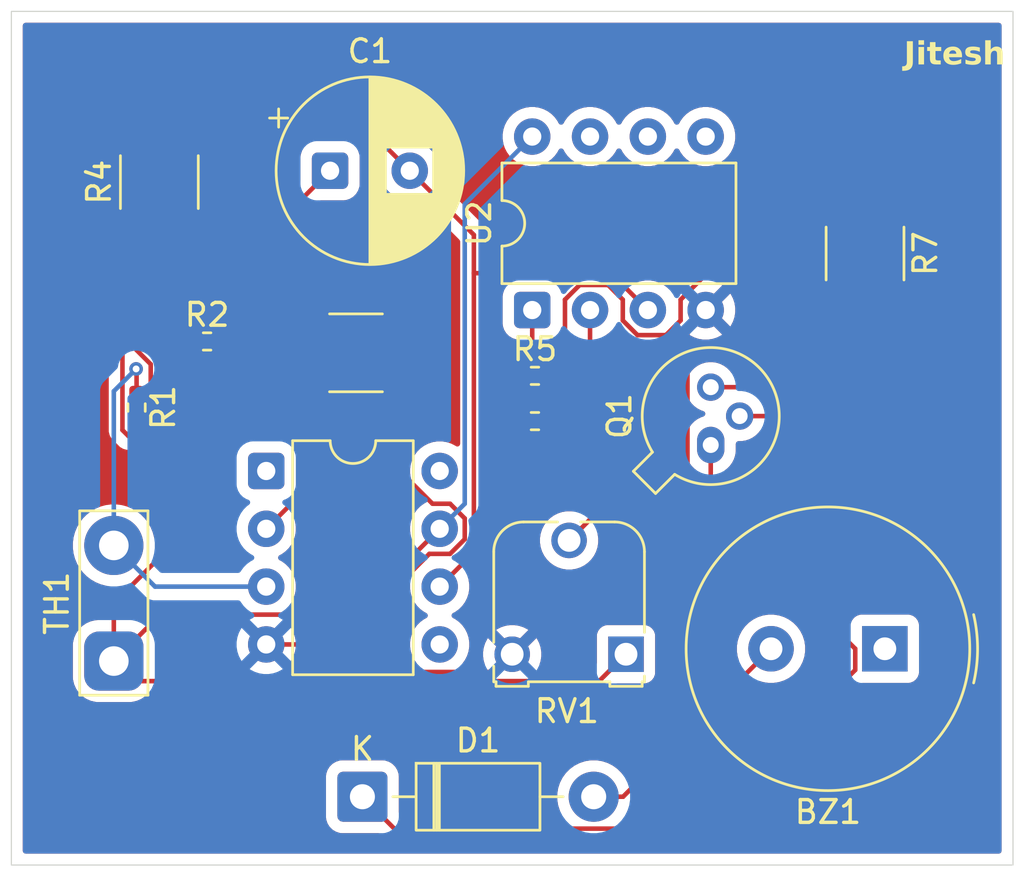
<source format=kicad_pcb>
(kicad_pcb (version 20241229) (generator "pcbnew") (generator_version "9.0")
  (layers (0 "F.Cu" signal) (2 "B.Cu" signal) (13 "F.Paste" user) (15 "B.Paste" user) (5 "F.SilkS" user "F.Silkscreen") (7 "B.SilkS" user "B.Silkscreen") (1 "F.Mask" user) (3 "B.Mask" user) (25 "Edge.Cuts" user))
  (net 0 "")
  (net 1 "Vcc")
  (net 2 "Net-(BZ1--)")
  (net 3 "Vout")
  (net 4 "Net-(U1--)")
  (net 5 "Net-(D1-K)")
  (net 6 "Net-(Q1-B)")
  (net 7 "Net-(Q1-E)")
  (net 8 "Temp_V")
  (net 9 "Gnd")
  (net 10 "Comp_out")
  (net 11 "Net-(U2A--)")
  (footprint "TestPoint:TestPoint_2Pads_Pitch5.08mm_Drill1.3mm" (layer "F.Cu") (at 109 80.04 90)
    (property "Reference" "TH1" (at 2.54 -2.5 90) (layer "F.SilkS"))
    (property "Value" "Thermistor_NTC")
    (fp_line (start -1.5 -1.5) (end 6.6 -1.5) (stroke (width 0.12)) (layer "F.SilkS"))
    (fp_line (start -1.5 -1.5) (end -1.5 1.5) (stroke (width 0.12)) (layer "F.SilkS"))
    (fp_line (start 6.6 1.5) (end 6.6 -1.5) (stroke (width 0.12)) (layer "F.SilkS"))
    (fp_line (start 6.6 1.5) (end -1.5 1.5) (stroke (width 0.12)) (layer "F.SilkS"))
    (pad "1" thru_hole roundrect (at 0 0 90) (size 2.6 2.6) (drill 1.3) (layers "*.Cu" "*.Mask") (net 1 "Vcc"))
    (pad "2" thru_hole circle (at 5.08 0 90) (size 2.6 2.6) (drill 1.3) (layers "*.Cu" "*.Mask") (net 8 "Temp_V"))
  )
  (footprint "Resistor_SMD:R_0402_1005Metric_Pad0.72x0.64mm_HandSolder" (layer "F.Cu") (at 110 68.9025 -90)
    (property "Reference" "R1" (at 0 -1.17 90) (layer "F.SilkS"))
    (property "Value" "4.47k")
    (fp_line (start -0.167621 0.38) (end 0.167621 0.38) (stroke (width 0.12)) (layer "F.SilkS"))
    (fp_line (start -0.167621 -0.38) (end 0.167621 -0.38) (stroke (width 0.12)) (layer "F.SilkS"))
    (pad "1" smd roundrect (at -0.5975 0 270) (size 0.715 0.64) (layers "F.Cu" "F.Mask" "F.Paste") (net 8 "Temp_V"))
    (pad "2" smd roundrect (at 0.5975 0 270) (size 0.715 0.64) (layers "F.Cu" "F.Mask" "F.Paste") (net 9 "Gnd"))
  )
  (footprint "Capacitor_SMD:C_1812_4532Metric_Pad1.57x3.40mm_HandSolder" (layer "F.Cu") (at 111 59 90)
    (property "Reference" "R4" (at 0 -2.65 90) (layer "F.SilkS"))
    (property "Value" "1.5k")
    (fp_line (start -1.161252 -1.71) (end 1.161252 -1.71) (stroke (width 0.12)) (layer "F.SilkS"))
    (fp_line (start -1.161252 1.71) (end 1.161252 1.71) (stroke (width 0.12)) (layer "F.SilkS"))
    (pad "1" smd roundrect (at -2.1375 0 90) (size 1.575 3.4) (layers "F.Cu" "F.Mask" "F.Paste") (roundrect_rratio 0.15873) (net 4 "Net-(U1--)"))
    (pad "2" smd roundrect (at 2.1375 0 90) (size 1.575 3.4) (layers "F.Cu" "F.Mask" "F.Paste") (roundrect_rratio 0.15873) (net 3 "Vout"))
  )
  (footprint "Diode_THT:D_DO-41_SOD81_P10.16mm_Horizontal" (layer "F.Cu") (at 119.92 86)
    (property "Reference" "D1" (at 5.08 -2.47 0) (layer "F.SilkS"))
    (property "Value" "1N4007")
    (fp_line (start 1.34 0) (end 2.36 0) (stroke (width 0.12)) (layer "F.SilkS"))
    (fp_line (start 3.14 -1.47) (end 3.14 1.47) (stroke (width 0.12)) (layer "F.SilkS"))
    (fp_line (start 3.26 -1.47) (end 3.26 1.47) (stroke (width 0.12)) (layer "F.SilkS"))
    (fp_line (start 3.38 -1.47) (end 3.38 1.47) (stroke (width 0.12)) (layer "F.SilkS"))
    (fp_line (start 8.82 0) (end 7.8 0) (stroke (width 0.12)) (layer "F.SilkS"))
    (fp_rect (start 2.36 -1.47) (end 7.8 1.47) (stroke (width 0.12)) (fill no) (layer "F.SilkS"))
    (fp_text user "K" (at 0 -2.1 0) (layer "F.SilkS"))
    (pad "1" thru_hole roundrect (at 0 0) (size 2.2 2.2) (drill 1.1) (layers "*.Cu" "*.Mask") (roundrect_rratio 0.113636) (net 5 "Net-(D1-K)"))
    (pad "2" thru_hole circle (at 10.16 0) (size 2.2 2.2) (drill 1.1) (layers "*.Cu" "*.Mask") (net 2 "Net-(BZ1--)"))
  )
  (footprint "Capacitor_SMD:C_1812_4532Metric_Pad1.57x3.40mm_HandSolder" (layer "F.Cu") (at 142 62.1375 -90)
    (property "Reference" "R7" (at 0 -2.65 90) (layer "F.SilkS"))
    (property "Value" "1.5k")
    (fp_line (start -1.161252 1.71) (end 1.161252 1.71) (stroke (width 0.12)) (layer "F.SilkS"))
    (fp_line (start -1.161252 -1.71) (end 1.161252 -1.71) (stroke (width 0.12)) (layer "F.SilkS"))
    (pad "1" smd roundrect (at -2.1375 0 270) (size 1.575 3.4) (layers "F.Cu" "F.Mask" "F.Paste") (roundrect_rratio 0.15873) (net 9 "Gnd"))
    (pad "2" smd roundrect (at 2.1375 0 270) (size 1.575 3.4) (layers "F.Cu" "F.Mask" "F.Paste") (roundrect_rratio 0.15873) (net 7 "Net-(Q1-E)"))
  )
  (footprint "Package_DIP:DIP-8_W7.62mm" (layer "F.Cu") (at 115.695 71.69)
    (property "Reference" "U1" (hide yes))
    (property "Value" "LM741")
    (fp_line (start 1.16 -1.33) (end 1.16 8.95) (stroke (width 0.12)) (layer "F.SilkS"))
    (fp_line (start 1.16 8.95) (end 6.46 8.95) (stroke (width 0.12)) (layer "F.SilkS"))
    (fp_line (start 2.81 -1.33) (end 1.16 -1.33) (stroke (width 0.12)) (layer "F.SilkS"))
    (fp_line (start 6.46 -1.33) (end 4.81 -1.33) (stroke (width 0.12)) (layer "F.SilkS"))
    (fp_line (start 6.46 8.95) (end 6.46 -1.33) (stroke (width 0.12)) (layer "F.SilkS"))
    (fp_arc (start 4.81 -1.33) (mid 3.81 -0.33) (end 2.81 -1.33) (stroke (width 0.12)) (layer "F.SilkS"))
    (pad "1" thru_hole roundrect (at 0 0) (size 1.6 1.6) (drill 0.8) (layers "*.Cu" "*.Mask") (roundrect_rratio 0.15625))
    (pad "2" thru_hole circle (at 0 2.54) (size 1.6 1.6) (drill 0.8) (layers "*.Cu" "*.Mask") (net 4 "Net-(U1--)"))
    (pad "3" thru_hole circle (at 0 5.08) (size 1.6 1.6) (drill 0.8) (layers "*.Cu" "*.Mask") (net 8 "Temp_V"))
    (pad "4" thru_hole circle (at 0 7.62) (size 1.6 1.6) (drill 0.8) (layers "*.Cu" "*.Mask") (net 9 "Gnd"))
    (pad "5" thru_hole circle (at 7.62 7.62) (size 1.6 1.6) (drill 0.8) (layers "*.Cu" "*.Mask"))
    (pad "6" thru_hole circle (at 7.62 5.08) (size 1.6 1.6) (drill 0.8) (layers "*.Cu" "*.Mask") (net 3 "Vout"))
    (pad "7" thru_hole circle (at 7.62 2.54) (size 1.6 1.6) (drill 0.8) (layers "*.Cu" "*.Mask") (net 1 "Vcc"))
    (pad "8" thru_hole circle (at 7.62 0) (size 1.6 1.6) (drill 0.8) (layers "*.Cu" "*.Mask"))
  )
  (footprint "Capacitor_THT:CP_Radial_D8.0mm_P3.50mm" (layer "F.Cu") (at 118.5 58.5)
    (property "Reference" "C1" (at 1.75 -5.25 0) (layer "F.SilkS"))
    (property "Value" "22micro")
    (fp_line (start -2.659698 -2.315) (end -1.859698 -2.315) (stroke (width 0.12)) (layer "F.SilkS"))
    (fp_line (start -2.259698 -2.715) (end -2.259698 -1.915) (stroke (width 0.12)) (layer "F.SilkS"))
    (fp_line (start 1.75 -4.08) (end 1.75 4.08) (stroke (width 0.12)) (layer "F.SilkS"))
    (fp_line (start 1.79 -4.08) (end 1.79 4.08) (stroke (width 0.12)) (layer "F.SilkS"))
    (fp_line (start 1.83 -4.079) (end 1.83 4.079) (stroke (width 0.12)) (layer "F.SilkS"))
    (fp_line (start 1.87 -4.078) (end 1.87 4.078) (stroke (width 0.12)) (layer "F.SilkS"))
    (fp_line (start 1.91 -4.077) (end 1.91 4.077) (stroke (width 0.12)) (layer "F.SilkS"))
    (fp_line (start 1.95 -4.075) (end 1.95 4.075) (stroke (width 0.12)) (layer "F.SilkS"))
    (fp_line (start 1.99 -4.073) (end 1.99 4.073) (stroke (width 0.12)) (layer "F.SilkS"))
    (fp_line (start 2.03 -4.07) (end 2.03 4.07) (stroke (width 0.12)) (layer "F.SilkS"))
    (fp_line (start 2.07 -4.068) (end 2.07 4.068) (stroke (width 0.12)) (layer "F.SilkS"))
    (fp_line (start 2.11 -4.064) (end 2.11 4.064) (stroke (width 0.12)) (layer "F.SilkS"))
    (fp_line (start 2.15 -4.061) (end 2.15 4.061) (stroke (width 0.12)) (layer "F.SilkS"))
    (fp_line (start 2.19 -4.056) (end 2.19 4.056) (stroke (width 0.12)) (layer "F.SilkS"))
    (fp_line (start 2.23 -4.052) (end 2.23 4.052) (stroke (width 0.12)) (layer "F.SilkS"))
    (fp_line (start 2.27 -4.047) (end 2.27 4.047) (stroke (width 0.12)) (layer "F.SilkS"))
    (fp_line (start 2.31 -4.042) (end 2.31 4.042) (stroke (width 0.12)) (layer "F.SilkS"))
    (fp_line (start 2.35 -4.036) (end 2.35 4.036) (stroke (width 0.12)) (layer "F.SilkS"))
    (fp_line (start 2.39 -4.03) (end 2.39 4.03) (stroke (width 0.12)) (layer "F.SilkS"))
    (fp_line (start 2.43 -4.023) (end 2.43 4.023) (stroke (width 0.12)) (layer "F.SilkS"))
    (fp_line (start 2.47 -4.017) (end 2.47 -1.04) (stroke (width 0.12)) (layer "F.SilkS"))
    (fp_line (start 2.47 1.04) (end 2.47 4.017) (stroke (width 0.12)) (layer "F.SilkS"))
    (fp_line (start 2.51 -4.009) (end 2.51 -1.04) (stroke (width 0.12)) (layer "F.SilkS"))
    (fp_line (start 2.51 1.04) (end 2.51 4.009) (stroke (width 0.12)) (layer "F.SilkS"))
    (fp_line (start 2.55 -4.002) (end 2.55 -1.04) (stroke (width 0.12)) (layer "F.SilkS"))
    (fp_line (start 2.55 1.04) (end 2.55 4.002) (stroke (width 0.12)) (layer "F.SilkS"))
    (fp_line (start 2.59 -3.993) (end 2.59 -1.04) (stroke (width 0.12)) (layer "F.SilkS"))
    (fp_line (start 2.59 1.04) (end 2.59 3.993) (stroke (width 0.12)) (layer "F.SilkS"))
    (fp_line (start 2.63 -3.985) (end 2.63 -1.04) (stroke (width 0.12)) (layer "F.SilkS"))
    (fp_line (start 2.63 1.04) (end 2.63 3.985) (stroke (width 0.12)) (layer "F.SilkS"))
    (fp_line (start 2.67 -3.976) (end 2.67 -1.04) (stroke (width 0.12)) (layer "F.SilkS"))
    (fp_line (start 2.67 1.04) (end 2.67 3.976) (stroke (width 0.12)) (layer "F.SilkS"))
    (fp_line (start 2.71 -3.967) (end 2.71 -1.04) (stroke (width 0.12)) (layer "F.SilkS"))
    (fp_line (start 2.71 1.04) (end 2.71 3.967) (stroke (width 0.12)) (layer "F.SilkS"))
    (fp_line (start 2.75 -3.957) (end 2.75 -1.04) (stroke (width 0.12)) (layer "F.SilkS"))
    (fp_line (start 2.75 1.04) (end 2.75 3.957) (stroke (width 0.12)) (layer "F.SilkS"))
    (fp_line (start 2.79 -3.947) (end 2.79 -1.04) (stroke (width 0.12)) (layer "F.SilkS"))
    (fp_line (start 2.79 1.04) (end 2.79 3.947) (stroke (width 0.12)) (layer "F.SilkS"))
    (fp_line (start 2.83 -3.936) (end 2.83 -1.04) (stroke (width 0.12)) (layer "F.SilkS"))
    (fp_line (start 2.83 1.04) (end 2.83 3.936) (stroke (width 0.12)) (layer "F.SilkS"))
    (fp_line (start 2.87 -3.925) (end 2.87 -1.04) (stroke (width 0.12)) (layer "F.SilkS"))
    (fp_line (start 2.87 1.04) (end 2.87 3.925) (stroke (width 0.12)) (layer "F.SilkS"))
    (fp_line (start 2.91 -3.913) (end 2.91 -1.04) (stroke (width 0.12)) (layer "F.SilkS"))
    (fp_line (start 2.91 1.04) (end 2.91 3.913) (stroke (width 0.12)) (layer "F.SilkS"))
    (fp_line (start 2.95 -3.901) (end 2.95 -1.04) (stroke (width 0.12)) (layer "F.SilkS"))
    (fp_line (start 2.95 1.04) (end 2.95 3.901) (stroke (width 0.12)) (layer "F.SilkS"))
    (fp_line (start 2.99 -3.889) (end 2.99 -1.04) (stroke (width 0.12)) (layer "F.SilkS"))
    (fp_line (start 2.99 1.04) (end 2.99 3.889) (stroke (width 0.12)) (layer "F.SilkS"))
    (fp_line (start 3.03 -3.876) (end 3.03 -1.04) (stroke (width 0.12)) (layer "F.SilkS"))
    (fp_line (start 3.03 1.04) (end 3.03 3.876) (stroke (width 0.12)) (layer "F.SilkS"))
    (fp_line (start 3.07 -3.863) (end 3.07 -1.04) (stroke (width 0.12)) (layer "F.SilkS"))
    (fp_line (start 3.07 1.04) (end 3.07 3.863) (stroke (width 0.12)) (layer "F.SilkS"))
    (fp_line (start 3.11 -3.849) (end 3.11 -1.04) (stroke (width 0.12)) (layer "F.SilkS"))
    (fp_line (start 3.11 1.04) (end 3.11 3.849) (stroke (width 0.12)) (layer "F.SilkS"))
    (fp_line (start 3.15 -3.835) (end 3.15 -1.04) (stroke (width 0.12)) (layer "F.SilkS"))
    (fp_line (start 3.15 1.04) (end 3.15 3.835) (stroke (width 0.12)) (layer "F.SilkS"))
    (fp_line (start 3.19 -3.82) (end 3.19 -1.04) (stroke (width 0.12)) (layer "F.SilkS"))
    (fp_line (start 3.19 1.04) (end 3.19 3.82) (stroke (width 0.12)) (layer "F.SilkS"))
    (fp_line (start 3.23 -3.805) (end 3.23 -1.04) (stroke (width 0.12)) (layer "F.SilkS"))
    (fp_line (start 3.23 1.04) (end 3.23 3.805) (stroke (width 0.12)) (layer "F.SilkS"))
    (fp_line (start 3.27 -3.789) (end 3.27 -1.04) (stroke (width 0.12)) (layer "F.SilkS"))
    (fp_line (start 3.27 1.04) (end 3.27 3.789) (stroke (width 0.12)) (layer "F.SilkS"))
    (fp_line (start 3.31 -3.773) (end 3.31 -1.04) (stroke (width 0.12)) (layer "F.SilkS"))
    (fp_line (start 3.31 1.04) (end 3.31 3.773) (stroke (width 0.12)) (layer "F.SilkS"))
    (fp_line (start 3.35 -3.757) (end 3.35 -1.04) (stroke (width 0.12)) (layer "F.SilkS"))
    (fp_line (start 3.35 1.04) (end 3.35 3.757) (stroke (width 0.12)) (layer "F.SilkS"))
    (fp_line (start 3.39 -3.74) (end 3.39 -1.04) (stroke (width 0.12)) (layer "F.SilkS"))
    (fp_line (start 3.39 1.04) (end 3.39 3.74) (stroke (width 0.12)) (layer "F.SilkS"))
    (fp_line (start 3.43 -3.722) (end 3.43 -1.04) (stroke (width 0.12)) (layer "F.SilkS"))
    (fp_line (start 3.43 1.04) (end 3.43 3.722) (stroke (width 0.12)) (layer "F.SilkS"))
    (fp_line (start 3.47 -3.704) (end 3.47 -1.04) (stroke (width 0.12)) (layer "F.SilkS"))
    (fp_line (start 3.47 1.04) (end 3.47 3.704) (stroke (width 0.12)) (layer "F.SilkS"))
    (fp_line (start 3.51 -3.685) (end 3.51 -1.04) (stroke (width 0.12)) (layer "F.SilkS"))
    (fp_line (start 3.51 1.04) (end 3.51 3.685) (stroke (width 0.12)) (layer "F.SilkS"))
    (fp_line (start 3.55 -3.666) (end 3.55 -1.04) (stroke (width 0.12)) (layer "F.SilkS"))
    (fp_line (start 3.55 1.04) (end 3.55 3.666) (stroke (width 0.12)) (layer "F.SilkS"))
    (fp_line (start 3.59 -3.646) (end 3.59 -1.04) (stroke (width 0.12)) (layer "F.SilkS"))
    (fp_line (start 3.59 1.04) (end 3.59 3.646) (stroke (width 0.12)) (layer "F.SilkS"))
    (fp_line (start 3.63 -3.626) (end 3.63 -1.04) (stroke (width 0.12)) (layer "F.SilkS"))
    (fp_line (start 3.63 1.04) (end 3.63 3.626) (stroke (width 0.12)) (layer "F.SilkS"))
    (fp_line (start 3.67 -3.605) (end 3.67 -1.04) (stroke (width 0.12)) (layer "F.SilkS"))
    (fp_line (start 3.67 1.04) (end 3.67 3.605) (stroke (width 0.12)) (layer "F.SilkS"))
    (fp_line (start 3.71 -3.584) (end 3.71 -1.04) (stroke (width 0.12)) (layer "F.SilkS"))
    (fp_line (start 3.71 1.04) (end 3.71 3.584) (stroke (width 0.12)) (layer "F.SilkS"))
    (fp_line (start 3.75 -3.562) (end 3.75 -1.04) (stroke (width 0.12)) (layer "F.SilkS"))
    (fp_line (start 3.75 1.04) (end 3.75 3.562) (stroke (width 0.12)) (layer "F.SilkS"))
    (fp_line (start 3.79 -3.539) (end 3.79 -1.04) (stroke (width 0.12)) (layer "F.SilkS"))
    (fp_line (start 3.79 1.04) (end 3.79 3.539) (stroke (width 0.12)) (layer "F.SilkS"))
    (fp_line (start 3.83 -3.516) (end 3.83 -1.04) (stroke (width 0.12)) (layer "F.SilkS"))
    (fp_line (start 3.83 1.04) (end 3.83 3.516) (stroke (width 0.12)) (layer "F.SilkS"))
    (fp_line (start 3.87 -3.493) (end 3.87 -1.04) (stroke (width 0.12)) (layer "F.SilkS"))
    (fp_line (start 3.87 1.04) (end 3.87 3.493) (stroke (width 0.12)) (layer "F.SilkS"))
    (fp_line (start 3.91 -3.468) (end 3.91 -1.04) (stroke (width 0.12)) (layer "F.SilkS"))
    (fp_line (start 3.91 1.04) (end 3.91 3.468) (stroke (width 0.12)) (layer "F.SilkS"))
    (fp_line (start 3.95 -3.443) (end 3.95 -1.04) (stroke (width 0.12)) (layer "F.SilkS"))
    (fp_line (start 3.95 1.04) (end 3.95 3.443) (stroke (width 0.12)) (layer "F.SilkS"))
    (fp_line (start 3.99 -3.418) (end 3.99 -1.04) (stroke (width 0.12)) (layer "F.SilkS"))
    (fp_line (start 3.99 1.04) (end 3.99 3.418) (stroke (width 0.12)) (layer "F.SilkS"))
    (fp_line (start 4.03 -3.392) (end 4.03 -1.04) (stroke (width 0.12)) (layer "F.SilkS"))
    (fp_line (start 4.03 1.04) (end 4.03 3.392) (stroke (width 0.12)) (layer "F.SilkS"))
    (fp_line (start 4.07 -3.365) (end 4.07 -1.04) (stroke (width 0.12)) (layer "F.SilkS"))
    (fp_line (start 4.07 1.04) (end 4.07 3.365) (stroke (width 0.12)) (layer "F.SilkS"))
    (fp_line (start 4.11 -3.337) (end 4.11 -1.04) (stroke (width 0.12)) (layer "F.SilkS"))
    (fp_line (start 4.11 1.04) (end 4.11 3.337) (stroke (width 0.12)) (layer "F.SilkS"))
    (fp_line (start 4.15 -3.309) (end 4.15 -1.04) (stroke (width 0.12)) (layer "F.SilkS"))
    (fp_line (start 4.15 1.04) (end 4.15 3.309) (stroke (width 0.12)) (layer "F.SilkS"))
    (fp_line (start 4.19 -3.28) (end 4.19 -1.04) (stroke (width 0.12)) (layer "F.SilkS"))
    (fp_line (start 4.19 1.04) (end 4.19 3.28) (stroke (width 0.12)) (layer "F.SilkS"))
    (fp_line (start 4.23 -3.25) (end 4.23 -1.04) (stroke (width 0.12)) (layer "F.SilkS"))
    (fp_line (start 4.23 1.04) (end 4.23 3.25) (stroke (width 0.12)) (layer "F.SilkS"))
    (fp_line (start 4.27 -3.219) (end 4.27 -1.04) (stroke (width 0.12)) (layer "F.SilkS"))
    (fp_line (start 4.27 1.04) (end 4.27 3.219) (stroke (width 0.12)) (layer "F.SilkS"))
    (fp_line (start 4.31 -3.188) (end 4.31 -1.04) (stroke (width 0.12)) (layer "F.SilkS"))
    (fp_line (start 4.31 1.04) (end 4.31 3.188) (stroke (width 0.12)) (layer "F.SilkS"))
    (fp_line (start 4.35 -3.156) (end 4.35 -1.04) (stroke (width 0.12)) (layer "F.SilkS"))
    (fp_line (start 4.35 1.04) (end 4.35 3.156) (stroke (width 0.12)) (layer "F.SilkS"))
    (fp_line (start 4.39 -3.123) (end 4.39 -1.04) (stroke (width 0.12)) (layer "F.SilkS"))
    (fp_line (start 4.39 1.04) (end 4.39 3.123) (stroke (width 0.12)) (layer "F.SilkS"))
    (fp_line (start 4.43 -3.089) (end 4.43 -1.04) (stroke (width 0.12)) (layer "F.SilkS"))
    (fp_line (start 4.43 1.04) (end 4.43 3.089) (stroke (width 0.12)) (layer "F.SilkS"))
    (fp_line (start 4.47 -3.055) (end 4.47 -1.04) (stroke (width 0.12)) (layer "F.SilkS"))
    (fp_line (start 4.47 1.04) (end 4.47 3.055) (stroke (width 0.12)) (layer "F.SilkS"))
    (fp_line (start 4.51 -3.019) (end 4.51 -1.04) (stroke (width 0.12)) (layer "F.SilkS"))
    (fp_line (start 4.51 1.04) (end 4.51 3.019) (stroke (width 0.12)) (layer "F.SilkS"))
    (fp_line (start 4.55 -2.982) (end 4.55 2.982) (stroke (width 0.12)) (layer "F.SilkS"))
    (fp_line (start 4.59 -2.945) (end 4.59 2.945) (stroke (width 0.12)) (layer "F.SilkS"))
    (fp_line (start 4.63 -2.906) (end 4.63 2.906) (stroke (width 0.12)) (layer "F.SilkS"))
    (fp_line (start 4.67 -2.867) (end 4.67 2.867) (stroke (width 0.12)) (layer "F.SilkS"))
    (fp_line (start 4.71 -2.826) (end 4.71 2.826) (stroke (width 0.12)) (layer "F.SilkS"))
    (fp_line (start 4.75 -2.784) (end 4.75 2.784) (stroke (width 0.12)) (layer "F.SilkS"))
    (fp_line (start 4.79 -2.741) (end 4.79 2.741) (stroke (width 0.12)) (layer "F.SilkS"))
    (fp_line (start 4.83 -2.696) (end 4.83 2.696) (stroke (width 0.12)) (layer "F.SilkS"))
    (fp_line (start 4.87 -2.651) (end 4.87 2.651) (stroke (width 0.12)) (layer "F.SilkS"))
    (fp_line (start 4.91 -2.604) (end 4.91 2.604) (stroke (width 0.12)) (layer "F.SilkS"))
    (fp_line (start 4.95 -2.555) (end 4.95 2.555) (stroke (width 0.12)) (layer "F.SilkS"))
    (fp_line (start 4.99 -2.505) (end 4.99 2.505) (stroke (width 0.12)) (layer "F.SilkS"))
    (fp_line (start 5.03 -2.453) (end 5.03 2.453) (stroke (width 0.12)) (layer "F.SilkS"))
    (fp_line (start 5.07 -2.4) (end 5.07 2.4) (stroke (width 0.12)) (layer "F.SilkS"))
    (fp_line (start 5.11 -2.344) (end 5.11 2.344) (stroke (width 0.12)) (layer "F.SilkS"))
    (fp_line (start 5.15 -2.287) (end 5.15 2.287) (stroke (width 0.12)) (layer "F.SilkS"))
    (fp_line (start 5.19 -2.227) (end 5.19 2.227) (stroke (width 0.12)) (layer "F.SilkS"))
    (fp_line (start 5.23 -2.165) (end 5.23 2.165) (stroke (width 0.12)) (layer "F.SilkS"))
    (fp_line (start 5.27 -2.101) (end 5.27 2.101) (stroke (width 0.12)) (layer "F.SilkS"))
    (fp_line (start 5.31 -2.034) (end 5.31 2.034) (stroke (width 0.12)) (layer "F.SilkS"))
    (fp_line (start 5.35 -1.964) (end 5.35 1.964) (stroke (width 0.12)) (layer "F.SilkS"))
    (fp_line (start 5.39 -1.89) (end 5.39 1.89) (stroke (width 0.12)) (layer "F.SilkS"))
    (fp_line (start 5.43 -1.813) (end 5.43 1.813) (stroke (width 0.12)) (layer "F.SilkS"))
    (fp_line (start 5.47 -1.731) (end 5.47 1.731) (stroke (width 0.12)) (layer "F.SilkS"))
    (fp_line (start 5.51 -1.644) (end 5.51 1.644) (stroke (width 0.12)) (layer "F.SilkS"))
    (fp_line (start 5.55 -1.552) (end 5.55 1.552) (stroke (width 0.12)) (layer "F.SilkS"))
    (fp_line (start 5.59 -1.453) (end 5.59 1.453) (stroke (width 0.12)) (layer "F.SilkS"))
    (fp_line (start 5.63 -1.346) (end 5.63 1.346) (stroke (width 0.12)) (layer "F.SilkS"))
    (fp_line (start 5.67 -1.228) (end 5.67 1.228) (stroke (width 0.12)) (layer "F.SilkS"))
    (fp_line (start 5.71 -1.097) (end 5.71 1.097) (stroke (width 0.12)) (layer "F.SilkS"))
    (fp_line (start 5.75 -0.947) (end 5.75 0.947) (stroke (width 0.12)) (layer "F.SilkS"))
    (fp_line (start 5.79 -0.768) (end 5.79 0.768) (stroke (width 0.12)) (layer "F.SilkS"))
    (fp_line (start 5.83 -0.533) (end 5.83 0.533) (stroke (width 0.12)) (layer "F.SilkS"))
    (fp_circle (center 1.75 0) (end 5.87 0) (stroke (width 0.12)) (fill no) (layer "F.SilkS"))
    (pad "1" thru_hole roundrect (at 0 0) (size 1.6 1.6) (drill 0.8) (layers "*.Cu" "*.Mask") (roundrect_rratio 0.15625) (net 4 "Net-(U1--)"))
    (pad "2" thru_hole circle (at 3.5 0) (size 1.6 1.6) (drill 0.8) (layers "*.Cu" "*.Mask") (net 3 "Vout"))
  )
  (footprint "Buzzer_Beeper:Buzzer_TDK_PS1240P02BT_D12.2mm_H6.5mm" (layer "F.Cu") (at 142.870785 79.5 180)
    (property "Reference" "BZ1" (at 2.5 -7.17 0) (layer "F.SilkS"))
    (property "Value" "Buzzer")
    (fp_arc (start -3.9 1.499999) (mid -4.073431 0) (end -3.9 -1.5) (stroke (width 0.12)) (layer "F.SilkS"))
    (fp_circle (center 2.5 0) (end 8.73 0) (stroke (width 0.12)) (fill no) (layer "F.SilkS"))
    (pad "1" thru_hole rect (at 0 0 180) (size 2 2) (drill 1) (layers "*.Cu" "*.Mask") (net 1 "Vcc"))
    (pad "2" thru_hole circle (at 5 0 180) (size 2 2) (drill 1) (layers "*.Cu" "*.Mask") (net 2 "Net-(BZ1--)"))
  )
  (footprint "Potentiometer_THT:Potentiometer_Runtron_RM-065_Vertical" (layer "F.Cu") (at 131.5 79.74 180)
    (property "Reference" "RV1" (at 2.6 -2.5 0) (layer "F.SilkS"))
    (property "Value" "R_Potentiometer_Trim" (hide yes))
    (fp_line (start 5.81 0.52) (end 5.81 4.5) (stroke (width 0.12)) (layer "F.SilkS"))
    (fp_line (start 5.81 -1.21) (end 5.81 -0.52) (stroke (width 0.12)) (layer "F.SilkS"))
    (fp_line (start 5.71 -1.21) (end 5.81 -1.21) (stroke (width 0.12)) (layer "F.SilkS"))
    (fp_line (start 5.71 -1.41) (end 5.71 -1.21) (stroke (width 0.12)) (layer "F.SilkS"))
    (fp_line (start 4.5 5.81) (end 3.01 5.81) (stroke (width 0.12)) (layer "F.SilkS"))
    (fp_line (start 4.29 -1.21) (end 4.29 -1.41) (stroke (width 0.12)) (layer "F.SilkS"))
    (fp_line (start 4.29 -1.41) (end 5.71 -1.41) (stroke (width 0.12)) (layer "F.SilkS"))
    (fp_line (start 1.99 5.81) (end 0.5 5.81) (stroke (width 0.12)) (layer "F.SilkS"))
    (fp_line (start 0.71 -1.21) (end 4.29 -1.21) (stroke (width 0.12)) (layer "F.SilkS"))
    (fp_line (start 0.71 -1.21) (end 0.71 -1.41) (stroke (width 0.12)) (layer "F.SilkS"))
    (fp_line (start -0.71 -1.21) (end -0.81 -1.21) (stroke (width 0.12)) (layer "F.SilkS"))
    (fp_line (start -0.71 -1.41) (end 0.71 -1.41) (stroke (width 0.12)) (layer "F.SilkS"))
    (fp_line (start -0.71 -1.41) (end -0.71 -1.21) (stroke (width 0.12)) (layer "F.SilkS"))
    (fp_line (start -0.81 4.5) (end -0.81 0.96) (stroke (width 0.12)) (layer "F.SilkS"))
    (fp_line (start -0.81 -1.21) (end -0.81 -0.96) (stroke (width 0.12)) (layer "F.SilkS"))
    (fp_arc (start 5.81 4.5) (mid 5.42631 5.42631) (end 4.5 5.81) (stroke (width 0.12)) (layer "F.SilkS"))
    (fp_arc (start 0.5 5.81) (mid -0.42631 5.42631) (end -0.81 4.5) (stroke (width 0.12)) (layer "F.SilkS"))
    (pad "1" thru_hole rect (at 0 0 180) (size 1.56 1.56) (drill 1) (layers "*.Cu" "*.Mask") (net 1 "Vcc"))
    (pad "2" thru_hole circle (at 2.5 5 180) (size 1.56 1.56) (drill 1) (layers "*.Cu" "*.Mask") (net 11 "Net-(U2A--)"))
    (pad "3" thru_hole circle (at 5 0 180) (size 1.56 1.56) (drill 1) (layers "*.Cu" "*.Mask") (net 9 "Gnd"))
  )
  (footprint "Package_DIP:DIP-8_W7.62mm" (layer "F.Cu") (at 127.38 64.62 90)
    (property "Reference" "U2" (at 3.81 -2.33 90) (layer "F.SilkS"))
    (property "Value" "LM393")
    (fp_line (start 6.46 -1.33) (end 4.81 -1.33) (stroke (width 0.12)) (layer "F.SilkS"))
    (fp_line (start 2.81 -1.33) (end 1.16 -1.33) (stroke (width 0.12)) (layer "F.SilkS"))
    (fp_line (start 1.16 -1.33) (end 1.16 8.95) (stroke (width 0.12)) (layer "F.SilkS"))
    (fp_line (start 6.46 8.95) (end 6.46 -1.33) (stroke (width 0.12)) (layer "F.SilkS"))
    (fp_line (start 1.16 8.95) (end 6.46 8.95) (stroke (width 0.12)) (layer "F.SilkS"))
    (fp_arc (start 4.81 -1.33) (mid 3.81 -0.33) (end 2.81 -1.33) (stroke (width 0.12)) (layer "F.SilkS"))
    (pad "1" thru_hole roundrect (at 0 0 90) (size 1.6 1.6) (drill 0.8) (layers "*.Cu" "*.Mask") (roundrect_rratio 0.15625) (net 10 "Comp_out"))
    (pad "2" thru_hole circle (at 0 2.54 90) (size 1.6 1.6) (drill 0.8) (layers "*.Cu" "*.Mask") (net 11 "Net-(U2A--)"))
    (pad "3" thru_hole circle (at 0 5.08 90) (size 1.6 1.6) (drill 0.8) (layers "*.Cu" "*.Mask") (net 3 "Vout"))
    (pad "4" thru_hole circle (at 0 7.62 90) (size 1.6 1.6) (drill 0.8) (layers "*.Cu" "*.Mask") (net 9 "Gnd"))
    (pad "5" thru_hole circle (at 7.62 7.62 90) (size 1.6 1.6) (drill 0.8) (layers "*.Cu" "*.Mask"))
    (pad "6" thru_hole circle (at 7.62 5.08 90) (size 1.6 1.6) (drill 0.8) (layers "*.Cu" "*.Mask"))
    (pad "7" thru_hole circle (at 7.62 2.54 90) (size 1.6 1.6) (drill 0.8) (layers "*.Cu" "*.Mask"))
    (pad "8" thru_hole circle (at 7.62 0 90) (size 1.6 1.6) (drill 0.8) (layers "*.Cu" "*.Mask") (net 1 "Vcc"))
  )
  (footprint "Resistor_SMD:R_0402_1005Metric_Pad0.72x0.64mm_HandSolder" (layer "F.Cu") (at 127.5 69.5)
    (property "Reference" "R6" (hide yes))
    (property "Value" "1k")
    (fp_line (start -0.167621 -0.38) (end 0.167621 -0.38) (stroke (width 0.12)) (layer "F.SilkS"))
    (fp_line (start -0.167621 0.38) (end 0.167621 0.38) (stroke (width 0.12)) (layer "F.SilkS"))
    (pad "1" smd roundrect (at -0.5975 0) (size 0.715 0.64) (layers "F.Cu" "F.Mask" "F.Paste") (net 10 "Comp_out"))
    (pad "2" smd roundrect (at 0.5975 0) (size 0.715 0.64) (layers "F.Cu" "F.Mask" "F.Paste") (net 6 "Net-(Q1-B)"))
  )
  (footprint "Resistor_SMD:R_0402_1005Metric_Pad0.72x0.64mm_HandSolder" (layer "F.Cu") (at 113.0975 66)
    (property "Reference" "R2" (at 0 -1.17 0) (layer "F.SilkS"))
    (property "Value" "1.39k")
    (fp_line (start -0.167621 -0.38) (end 0.167621 -0.38) (stroke (width 0.12)) (layer "F.SilkS"))
    (fp_line (start -0.167621 0.38) (end 0.167621 0.38) (stroke (width 0.12)) (layer "F.SilkS"))
    (pad "1" smd roundrect (at -0.5975 0) (size 0.715 0.64) (layers "F.Cu" "F.Mask" "F.Paste") (net 1 "Vcc"))
    (pad "2" smd roundrect (at 0.5975 0) (size 0.715 0.64) (layers "F.Cu" "F.Mask" "F.Paste") (net 4 "Net-(U1--)"))
  )
  (footprint "Capacitor_SMD:C_1812_4532Metric_Pad1.57x3.40mm_HandSolder" (layer "F.Cu") (at 119.6375 66.5 180)
    (property "Reference" "R3" (hide yes))
    (property "Value" "1.5k")
    (fp_line (start -1.161252 1.71) (end 1.161252 1.71) (stroke (width 0.12)) (layer "F.SilkS"))
    (fp_line (start -1.161252 -1.71) (end 1.161252 -1.71) (stroke (width 0.12)) (layer "F.SilkS"))
    (pad "1" smd roundrect (at -2.1375 0 180) (size 1.575 3.4) (layers "F.Cu" "F.Mask" "F.Paste") (roundrect_rratio 0.15873) (net 9 "Gnd"))
    (pad "2" smd roundrect (at 2.1375 0 180) (size 1.575 3.4) (layers "F.Cu" "F.Mask" "F.Paste") (roundrect_rratio 0.15873) (net 4 "Net-(U1--)"))
  )
  (footprint "Resistor_SMD:R_0402_1005Metric_Pad0.72x0.64mm_HandSolder" (layer "F.Cu") (at 127.5 67.51)
    (property "Reference" "R5" (at 0 -1.17 0) (layer "F.SilkS"))
    (property "Value" "10k")
    (fp_line (start -0.167621 -0.38) (end 0.167621 -0.38) (stroke (width 0.12)) (layer "F.SilkS"))
    (fp_line (start -0.167621 0.38) (end 0.167621 0.38) (stroke (width 0.12)) (layer "F.SilkS"))
    (pad "1" smd roundrect (at -0.5975 0) (size 0.715 0.64) (layers "F.Cu" "F.Mask" "F.Paste") (net 10 "Comp_out"))
    (pad "2" smd roundrect (at 0.5975 0) (size 0.715 0.64) (layers "F.Cu" "F.Mask" "F.Paste") (net 1 "Vcc"))
  )
  (footprint "Package_TO_SOT_THT:TO-18-3" (layer "F.Cu") (at 135.221961 70.548039 90)
    (property "Reference" "Q1" (at 1.27 -4.01 90) (layer "F.SilkS"))
    (property "Value" "NPN")
    (fp_line (start -1.154301 -3.400108) (end -2.130108 -2.424301) (stroke (width 0.12)) (layer "F.SilkS"))
    (fp_line (start -0.313811 -2.559618) (end -1.154301 -3.400108) (stroke (width 0.12)) (layer "F.SilkS"))
    (fp_line (start -2.130108 -2.424301) (end -1.289618 -1.583811) (stroke (width 0.12)) (layer "F.SilkS"))
    (fp_arc (start -0.313811 -2.559618) (mid 3.398391 2.128391) (end -1.289618 -1.583811) (stroke (width 0.12)) (layer "F.SilkS"))
    (pad "1" thru_hole oval (at 0 0 90) (size 1.6 1.2) (drill 0.7) (layers "*.Cu" "*.Mask") (net 5 "Net-(D1-K)"))
    (pad "2" thru_hole circle (at 1.27 1.27 90) (size 1.2 1.2) (drill 0.7) (layers "*.Cu" "*.Mask") (net 6 "Net-(Q1-B)"))
    (pad "3" thru_hole circle (at 2.54 0 90) (size 1.2 1.2) (drill 0.7) (layers "*.Cu" "*.Mask") (net 7 "Net-(Q1-E)"))
  )
  (gr_rect (start 104.5 51.5) (end 148.5 89) (stroke (width 0.05)) (fill no) (layer "Edge.Cuts"))
  (gr_text "Jitesh" (at 143.71 54 0) (layer "F.SilkS") (effects (font (size 1 1) (thickness 0.2) (bold yes)) (justify left bottom)))
  (segment (start 131.5 79.74) (end 130.319 80.921) (width 0.2) (layer "F.Cu") (net 1))
  (segment (start 109 77.5) (end 109 80.04) (width 0.2) (layer "F.Cu") (net 1))
  (segment (start 109.881 80.921) (end 109 80.04) (width 0.2) (layer "F.Cu") (net 1))
  (segment (start 109 80.04) (end 111.04 78) (width 0.2) (layer "F.Cu") (net 1))
  (segment (start 111.04 78) (end 119.545 78) (width 0.2) (layer "F.Cu") (net 1))
  (segment (start 112.5 66) (end 112.5 74) (width 0.2) (layer "F.Cu") (net 1))
  (segment (start 130.319 80.921) (end 109.881 80.921) (width 0.2) (layer "F.Cu") (net 1))
  (segment (start 119.545 78) (end 123.315 74.23) (width 0.2) (layer "F.Cu") (net 1))
  (segment (start 112.5 74) (end 109 77.5) (width 0.2) (layer "F.Cu") (net 1))
  (segment (start 124.416 59.964) (end 124.416 73.129) (width 0.2) (layer "B.Cu") (net 1))
  (segment (start 124.416 73.129) (end 123.315 74.23) (width 0.2) (layer "B.Cu") (net 1))
  (segment (start 127.38 57) (end 124.416 59.964) (width 0.2) (layer "B.Cu") (net 1))
  (segment (start 137.870785 79.5) (end 131.370785 86) (width 0.2) (layer "F.Cu") (net 2))
  (segment (start 131.370785 86) (end 130.08 86) (width 0.2) (layer "F.Cu") (net 2))
  (segment (start 120.3625 56.8625) (end 122 58.5) (width 0.2) (layer "F.Cu") (net 3))
  (segment (start 130.84 63) (end 124.817 63) (width 0.2) (layer "F.Cu") (net 3))
  (segment (start 132.46 64.62) (end 130.84 63) (width 0.2) (layer "F.Cu") (net 3))
  (segment (start 124.817 63) (end 124.817 75.268) (width 0.2) (layer "F.Cu") (net 3))
  (segment (start 124.817 75.268) (end 123.315 76.77) (width 0.2) (layer "F.Cu") (net 3))
  (segment (start 122 58.5) (end 124.817 61.317) (width 0.2) (layer "F.Cu") (net 3))
  (segment (start 124.817 61.317) (end 124.817 63) (width 0.2) (layer "F.Cu") (net 3))
  (segment (start 111 56.8625) (end 120.3625 56.8625) (width 0.2) (layer "F.Cu") (net 3))
  (segment (start 113.695 66) (end 113.074 65.379) (width 0.2) (layer "F.Cu") (net 4))
  (segment (start 113.074 65.379) (end 112.107114 65.379) (width 0.2) (layer "F.Cu") (net 4))
  (segment (start 111 61.1375) (end 115.8625 61.1375) (width 0.2) (layer "F.Cu") (net 4))
  (segment (start 110.355386 70.1585) (end 109.644614 70.1585) (width 0.2) (layer "F.Cu") (net 4))
  (segment (start 115.8625 61.1375) (end 118.5 58.5) (width 0.2) (layer "F.Cu") (net 4))
  (segment (start 117.5 72.425) (end 115.695 74.23) (width 0.2) (layer "F.Cu") (net 4))
  (segment (start 117.5 66.5) (end 117.5 72.425) (width 0.2) (layer "F.Cu") (net 4))
  (segment (start 111.022 69.491886) (end 110.355386 70.1585) (width 0.2) (layer "F.Cu") (net 4))
  (segment (start 117.5 66.5) (end 114.195 66.5) (width 0.2) (layer "F.Cu") (net 4))
  (segment (start 109.644614 70.1585) (end 109.379 69.892886) (width 0.2) (layer "F.Cu") (net 4))
  (segment (start 109.379 62.7585) (end 111 61.1375) (width 0.2) (layer "F.Cu") (net 4))
  (segment (start 111.022 66.464114) (end 111.022 69.491886) (width 0.2) (layer "F.Cu") (net 4))
  (segment (start 109.379 69.892886) (end 109.379 62.7585) (width 0.2) (layer "F.Cu") (net 4))
  (segment (start 112.107114 65.379) (end 111.022 66.464114) (width 0.2) (layer "F.Cu") (net 4))
  (segment (start 114.195 66.5) (end 113.695 66) (width 0.2) (layer "F.Cu") (net 4))
  (segment (start 141.569785 80.430215) (end 141.569785 79.5) (width 0.2) (layer "F.Cu") (net 5))
  (segment (start 121.321 87.401) (end 134.599 87.401) (width 0.2) (layer "F.Cu") (net 5))
  (segment (start 135.221961 73.152176) (end 135.221961 70.548039) (width 0.2) (layer "F.Cu") (net 5))
  (segment (start 119.92 86) (end 121.321 87.401) (width 0.2) (layer "F.Cu") (net 5))
  (segment (start 141.569785 79.5) (end 135.221961 73.152176) (width 0.2) (layer "F.Cu") (net 5))
  (segment (start 134.599 87.401) (end 141.569785 80.430215) (width 0.2) (layer "F.Cu") (net 5))
  (segment (start 130.71405 63.519) (end 131.359 64.16395) (width 0.2) (layer "F.Cu") (net 6))
  (segment (start 143.68516 58.9115) (end 144.001 59.22734) (width 0.2) (layer "F.Cu") (net 6))
  (segment (start 133.899 64.16395) (end 139.15145 58.9115) (width 0.2) (layer "F.Cu") (net 6))
  (segment (start 128.0975 69.5) (end 128.819 68.7785) (width 0.2) (layer "F.Cu") (net 6))
  (segment (start 133.25405 65.721) (end 133.899 65.07605) (width 0.2) (layer "F.Cu") (net 6))
  (segment (start 144.001 65.04766) (end 139.770621 69.278039) (width 0.2) (layer "F.Cu") (net 6))
  (segment (start 131.359 64.16395) (end 131.359 65.07605) (width 0.2) (layer "F.Cu") (net 6))
  (segment (start 133.899 65.07605) (end 133.899 64.16395) (width 0.2) (layer "F.Cu") (net 6))
  (segment (start 139.770621 69.278039) (end 136.491961 69.278039) (width 0.2) (layer "F.Cu") (net 6))
  (segment (start 132.00395 65.721) (end 133.25405 65.721) (width 0.2) (layer "F.Cu") (net 6))
  (segment (start 129.46395 63.519) (end 130.71405 63.519) (width 0.2) (layer "F.Cu") (net 6))
  (segment (start 128.819 68.7785) (end 128.819 64.16395) (width 0.2) (layer "F.Cu") (net 6))
  (segment (start 128.819 64.16395) (end 129.46395 63.519) (width 0.2) (layer "F.Cu") (net 6))
  (segment (start 139.15145 58.9115) (end 143.68516 58.9115) (width 0.2) (layer "F.Cu") (net 6))
  (segment (start 131.359 65.07605) (end 132.00395 65.721) (width 0.2) (layer "F.Cu") (net 6))
  (segment (start 144.001 59.22734) (end 144.001 65.04766) (width 0.2) (layer "F.Cu") (net 6))
  (segment (start 138.266961 68.008039) (end 142 64.275) (width 0.2) (layer "F.Cu") (net 7))
  (segment (start 135.221961 68.008039) (end 138.266961 68.008039) (width 0.2) (layer "F.Cu") (net 7))
  (segment (start 110 68.305) (end 110 67.227527) (width 0.2) (layer "F.Cu") (net 8))
  (segment (start 110 67.227527) (end 109.979 67.206527) (width 0.2) (layer "F.Cu") (net 8))
  (via (at 109.979 67.206527) (size 0.6) (drill 0.3) (layers "F.Cu" "B.Cu") (net 8))
  (segment (start 115.695 76.77) (end 110.81 76.77) (width 0.2) (layer "B.Cu") (net 8))
  (segment (start 109 68.185527) (end 109 74.96) (width 0.2) (layer "B.Cu") (net 8))
  (segment (start 110.81 76.77) (end 109 74.96) (width 0.2) (layer "B.Cu") (net 8))
  (segment (start 109.979 67.206527) (end 109 68.185527) (width 0.2) (layer "B.Cu") (net 8))
  (segment (start 110.621 67) (end 110.621 68.879) (width 0.2) (layer "F.Cu") (net 9))
  (segment (start 135 64.62) (end 134.200001 65.419999) (width 0.2) (layer "F.Cu") (net 9))
  (segment (start 125.72 80.52) (end 116.905 80.52) (width 0.2) (layer "F.Cu") (net 9))
  (segment (start 123 73.129) (end 123.77105 73.129) (width 0.2) (layer "F.Cu") (net 9))
  (segment (start 123.77105 73.129) (end 124.416 73.77395) (width 0.2) (layer "F.Cu") (net 9))
  (segment (start 124.416 74.68605) (end 123.77105 75.331) (width 0.2) (layer "F.Cu") (net 9))
  (segment (start 134.200001 65.419999) (end 134.200001 72.039999) (width 0.2) (layer "F.Cu") (net 9))
  (segment (start 110.621 68.879) (end 110 69.5) (width 0.2) (layer "F.Cu") (net 9))
  (segment (start 121.775 66.5) (end 121.775 71.904) (width 0.2) (layer "F.Cu") (net 9))
  (segment (start 139.62 60) (end 135 64.62) (width 0.2) (layer "F.Cu") (net 9))
  (segment (start 110 63.5) (end 110 66.379) (width 0.2) (layer "F.Cu") (net 9))
  (segment (start 142 60) (end 139.62 60) (width 0.2) (layer "F.Cu") (net 9))
  (segment (start 134.200001 72.039999) (end 126.5 79.74) (width 0.2) (layer "F.Cu") (net 9))
  (segment (start 116.905 80.52) (end 115.695 79.31) (width 0.2) (layer "F.Cu") (net 9))
  (segment (start 126.5 79.74) (end 125.72 80.52) (width 0.2) (layer "F.Cu") (net 9))
  (segment (start 118.87995 79.31) (end 115.695 79.31) (width 0.2) (layer "F.Cu") (net 9))
  (segment (start 113.791114 63.5) (end 110 63.5) (width 0.2) (layer "F.Cu") (net 9))
  (segment (start 117.775 62.5) (end 114.791114 62.5) (width 0.2) (layer "F.Cu") (net 9))
  (segment (start 123.77105 75.331) (end 122.85895 75.331) (width 0.2) (layer "F.Cu") (net 9))
  (segment (start 114.791114 62.5) (end 113.791114 63.5) (width 0.2) (layer "F.Cu") (net 9))
  (segment (start 110 66.379) (end 110.621 67) (width 0.2) (layer "F.Cu") (net 9))
  (segment (start 121.775 66.5) (end 117.775 62.5) (width 0.2) (layer "F.Cu") (net 9))
  (segment (start 122.85895 75.331) (end 118.87995 79.31) (width 0.2) (layer "F.Cu") (net 9))
  (segment (start 124.416 73.77395) (end 124.416 74.68605) (width 0.2) (layer "F.Cu") (net 9))
  (segment (start 121.775 71.904) (end 123 73.129) (width 0.2) (layer "F.Cu") (net 9))
  (segment (start 127.38 67.0325) (end 126.9025 67.51) (width 0.2) (layer "F.Cu") (net 10))
  (segment (start 127.38 64.62) (end 127.38 67.0325) (width 0.2) (layer "F.Cu") (net 10))
  (segment (start 126.9025 67.51) (end 126.9025 69.5) (width 0.2) (layer "F.Cu") (net 10))
  (segment (start 129 74.74) (end 129.92 73.82) (width 0.2) (layer "F.Cu") (net 11))
  (segment (start 129.92 73.82) (end 129.92 64.62) (width 0.2) (layer "F.Cu") (net 11))
  (zone (net 9) (net_name "Gnd") (layers "F.Cu" "B.Cu") (connect_pads (clearance 0.5)) (min_thickness 0.25) (fill yes (thermal_gap 0.5) (thermal_bridge_width 0.5))
    (polygon (pts (xy 104 51) (xy 149 51) (xy 149 89.5) (xy 104 89.5)))
  )
)
</source>
